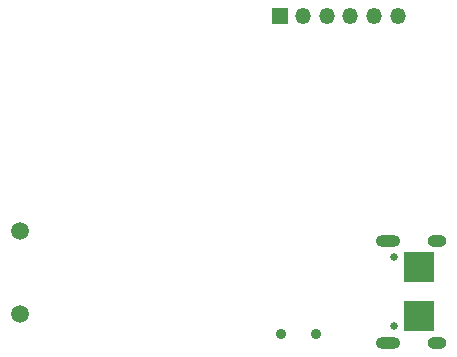
<source format=gbr>
%TF.GenerationSoftware,KiCad,Pcbnew,(5.1.8)-1*%
%TF.CreationDate,2021-11-13T22:26:41+08:00*%
%TF.ProjectId,wifiaudiorx,77696669-6175-4646-996f-72782e6b6963,rev?*%
%TF.SameCoordinates,Original*%
%TF.FileFunction,Soldermask,Bot*%
%TF.FilePolarity,Negative*%
%FSLAX46Y46*%
G04 Gerber Fmt 4.6, Leading zero omitted, Abs format (unit mm)*
G04 Created by KiCad (PCBNEW (5.1.8)-1) date 2021-11-13 22:26:41*
%MOMM*%
%LPD*%
G01*
G04 APERTURE LIST*
%ADD10C,1.500000*%
%ADD11O,1.350000X1.350000*%
%ADD12R,1.350000X1.350000*%
%ADD13O,2.100000X1.000000*%
%ADD14C,0.650000*%
%ADD15O,1.600000X1.000000*%
%ADD16C,0.900000*%
%ADD17R,2.500000X2.500000*%
G04 APERTURE END LIST*
D10*
%TO.C,J1*%
X95100000Y-119475000D03*
X95100000Y-126475000D03*
%TD*%
D11*
%TO.C,J8*%
X127100000Y-101300000D03*
X125100000Y-101300000D03*
X123100000Y-101300000D03*
X121100000Y-101300000D03*
X119100000Y-101300000D03*
D12*
X117100000Y-101300000D03*
%TD*%
D13*
%TO.C,J6*%
X126270000Y-120280000D03*
X126270000Y-128920000D03*
D14*
X126800000Y-127490000D03*
D15*
X130450000Y-128920000D03*
D14*
X126800000Y-121710000D03*
D15*
X130450000Y-120280000D03*
%TD*%
D16*
%TO.C,SW1*%
X120200000Y-128230000D03*
X117200000Y-128230000D03*
%TD*%
D17*
%TO.C,J5*%
X128900000Y-122500000D03*
%TD*%
%TO.C,J4*%
X128900000Y-126700000D03*
%TD*%
M02*

</source>
